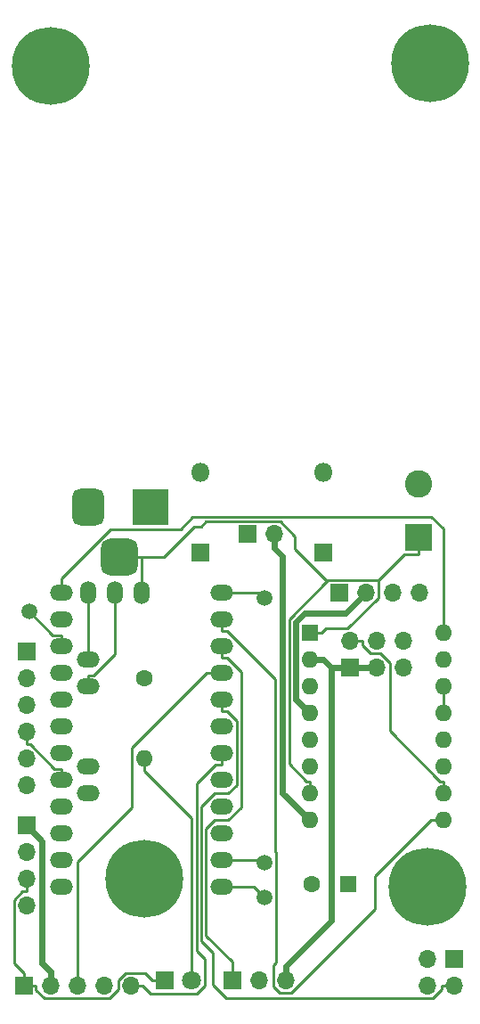
<source format=gbr>
%TF.GenerationSoftware,KiCad,Pcbnew,6.0.11-2627ca5db0~126~ubuntu20.04.1*%
%TF.CreationDate,2024-06-24T23:06:08+02:00*%
%TF.ProjectId,IRstepper,49527374-6570-4706-9572-2e6b69636164,rev?*%
%TF.SameCoordinates,Original*%
%TF.FileFunction,Copper,L1,Top*%
%TF.FilePolarity,Positive*%
%FSLAX46Y46*%
G04 Gerber Fmt 4.6, Leading zero omitted, Abs format (unit mm)*
G04 Created by KiCad (PCBNEW 6.0.11-2627ca5db0~126~ubuntu20.04.1) date 2024-06-24 23:06:08*
%MOMM*%
%LPD*%
G01*
G04 APERTURE LIST*
G04 Aperture macros list*
%AMRoundRect*
0 Rectangle with rounded corners*
0 $1 Rounding radius*
0 $2 $3 $4 $5 $6 $7 $8 $9 X,Y pos of 4 corners*
0 Add a 4 corners polygon primitive as box body*
4,1,4,$2,$3,$4,$5,$6,$7,$8,$9,$2,$3,0*
0 Add four circle primitives for the rounded corners*
1,1,$1+$1,$2,$3*
1,1,$1+$1,$4,$5*
1,1,$1+$1,$6,$7*
1,1,$1+$1,$8,$9*
0 Add four rect primitives between the rounded corners*
20,1,$1+$1,$2,$3,$4,$5,0*
20,1,$1+$1,$4,$5,$6,$7,0*
20,1,$1+$1,$6,$7,$8,$9,0*
20,1,$1+$1,$8,$9,$2,$3,0*%
G04 Aperture macros list end*
%TA.AperFunction,ComponentPad*%
%ADD10R,1.800000X1.800000*%
%TD*%
%TA.AperFunction,ComponentPad*%
%ADD11O,1.800000X1.800000*%
%TD*%
%TA.AperFunction,ComponentPad*%
%ADD12R,1.700000X1.700000*%
%TD*%
%TA.AperFunction,ComponentPad*%
%ADD13O,1.700000X1.700000*%
%TD*%
%TA.AperFunction,SMDPad,CuDef*%
%ADD14C,1.500000*%
%TD*%
%TA.AperFunction,ConnectorPad*%
%ADD15C,7.400000*%
%TD*%
%TA.AperFunction,ComponentPad*%
%ADD16C,4.100000*%
%TD*%
%TA.AperFunction,ComponentPad*%
%ADD17R,2.600000X2.600000*%
%TD*%
%TA.AperFunction,ComponentPad*%
%ADD18C,2.600000*%
%TD*%
%TA.AperFunction,ComponentPad*%
%ADD19O,2.199640X1.501140*%
%TD*%
%TA.AperFunction,ComponentPad*%
%ADD20O,1.501140X2.199640*%
%TD*%
%TA.AperFunction,ComponentPad*%
%ADD21R,3.500000X3.500000*%
%TD*%
%TA.AperFunction,ComponentPad*%
%ADD22RoundRect,0.750000X-0.750000X-1.000000X0.750000X-1.000000X0.750000X1.000000X-0.750000X1.000000X0*%
%TD*%
%TA.AperFunction,ComponentPad*%
%ADD23RoundRect,0.875000X-0.875000X-0.875000X0.875000X-0.875000X0.875000X0.875000X-0.875000X0.875000X0*%
%TD*%
%TA.AperFunction,ComponentPad*%
%ADD24R,1.600000X1.600000*%
%TD*%
%TA.AperFunction,ComponentPad*%
%ADD25O,1.600000X1.600000*%
%TD*%
%TA.AperFunction,ComponentPad*%
%ADD26C,1.600000*%
%TD*%
%TA.AperFunction,ComponentPad*%
%ADD27C,1.800000*%
%TD*%
%TA.AperFunction,Conductor*%
%ADD28C,0.250000*%
%TD*%
%TA.AperFunction,Conductor*%
%ADD29C,0.600000*%
%TD*%
G04 APERTURE END LIST*
D10*
%TO.P,D3,2,A*%
%TO.N,+9V*%
X108712000Y-66802000D03*
D11*
%TO.P,D3,1,K*%
%TO.N,Net-(D3-Pad1)*%
X108712000Y-59182000D03*
%TD*%
D12*
%TO.P,J1,1,Pin_1*%
%TO.N,GND*%
X91953000Y-107950000D03*
D13*
%TO.P,J1,2,Pin_2*%
%TO.N,+5V*%
X94493000Y-107950000D03*
%TO.P,J1,3,Pin_3*%
%TO.N,Net-(IC1-Pad9)*%
X97033000Y-107950000D03*
%TO.P,J1,4,Pin_4*%
%TO.N,Net-(IC1-Pad5)*%
X99573000Y-107950000D03*
%TO.P,J1,5,Pin_5*%
%TO.N,Net-(IC1-Pad6)*%
X102113000Y-107950000D03*
%TD*%
D14*
%TO.P,TP2,1,1*%
%TO.N,Net-(IC1-Pad2)*%
X114808000Y-96266000D03*
%TD*%
D15*
%TO.P,H3,1*%
%TO.N,N/C*%
X130556000Y-20320000D03*
D16*
X130556000Y-20320000D03*
%TD*%
D15*
%TO.P,H4,1*%
%TO.N,N/C*%
X130302000Y-98552000D03*
D16*
X130302000Y-98552000D03*
%TD*%
D15*
%TO.P,H2,1*%
%TO.N,N/C*%
X94488000Y-20574000D03*
D16*
X94488000Y-20574000D03*
%TD*%
D12*
%TO.P,J5,1,Pin_1*%
%TO.N,Net-(A1-Pad3)*%
X121930000Y-70612000D03*
D13*
%TO.P,J5,2,Pin_2*%
%TO.N,Net-(A1-Pad4)*%
X124470000Y-70612000D03*
%TO.P,J5,3,Pin_3*%
%TO.N,Net-(A1-Pad5)*%
X127010000Y-70612000D03*
%TO.P,J5,4,Pin_4*%
%TO.N,Net-(A1-Pad6)*%
X129550000Y-70612000D03*
%TD*%
D10*
%TO.P,D1,1,K*%
%TO.N,Net-(D1-Pad1)*%
X120396000Y-66802000D03*
D11*
%TO.P,D1,2,A*%
%TO.N,+12V*%
X120396000Y-59182000D03*
%TD*%
D12*
%TO.P,J3,1,Pin_1*%
%TO.N,+9V*%
X113279000Y-65024000D03*
D13*
%TO.P,J3,2,Pin_2*%
%TO.N,+12V*%
X115819000Y-65024000D03*
%TD*%
D17*
%TO.P,J2,1,Pin_1*%
%TO.N,GND*%
X129520000Y-65298000D03*
D18*
%TO.P,J2,2,Pin_2*%
%TO.N,Net-(D1-Pad1)*%
X129520000Y-60298000D03*
%TD*%
D15*
%TO.P,H1,1*%
%TO.N,N/C*%
X103378000Y-97790000D03*
D16*
X103378000Y-97790000D03*
%TD*%
D12*
%TO.P,J10,1,Pin_1*%
%TO.N,+5V*%
X92202000Y-92720000D03*
D13*
%TO.P,J10,2,Pin_2*%
%TO.N,RST*%
X92202000Y-95260000D03*
%TO.P,J10,3,Pin_3*%
%TO.N,GND*%
X92202000Y-97800000D03*
%TO.P,J10,4,Pin_4*%
%TO.N,+9V*%
X92202000Y-100340000D03*
%TD*%
D19*
%TO.P,IC1,1,(PCINT17/TXD)PD1/1*%
%TO.N,Net-(IC1-Pad1)*%
X110744000Y-98552000D03*
%TO.P,IC1,2,(PCINT16/RXD)PD0/0*%
%TO.N,Net-(IC1-Pad2)*%
X110744000Y-96012000D03*
%TO.P,IC1,3,(PCINT14/~{RESET})PC6*%
%TO.N,unconnected-(IC1-Pad3)*%
X110744000Y-93472000D03*
%TO.P,IC1,4,GND*%
%TO.N,GND*%
X110744000Y-90932000D03*
%TO.P,IC1,5,(PCINT18/INT0)PD2/2*%
%TO.N,Net-(IC1-Pad5)*%
X110744000Y-88392000D03*
%TO.P,IC1,6,(PCINT19/OC2B/INT1/PWM)PD3/3*%
%TO.N,Net-(IC1-Pad6)*%
X110744000Y-85852000D03*
%TO.P,IC1,7,(PCINT20/XCK/T0)PD4/4*%
%TO.N,Net-(IC1-Pad7)*%
X110744000Y-83312000D03*
%TO.P,IC1,8,(PCINT21/OC0B/T1/PWM)PD5/5*%
%TO.N,Net-(IC1-Pad8)*%
X110744000Y-80772000D03*
%TO.P,IC1,9,(PCINT22/OC0A/AIN0/PWM)PD6/6*%
%TO.N,Net-(IC1-Pad9)*%
X110744000Y-78232000D03*
%TO.P,IC1,10,(PCINT23/AIN1)PD7/7*%
%TO.N,Net-(IC1-Pad10)*%
X110744000Y-75692000D03*
%TO.P,IC1,11,(PCINT0/CLKO/ICP1)PB0/8*%
%TO.N,ENABLE*%
X110744000Y-73152000D03*
%TO.P,IC1,12,(PCINT1/OC1A/PWM)PB1/9*%
%TO.N,Net-(IC1-Pad12)*%
X110744000Y-70612000D03*
%TO.P,IC1,13,(PCINT2/OC1B/~{SS}/PWM)PB2/10*%
%TO.N,DIR*%
X95504000Y-70612000D03*
%TO.P,IC1,14,(PCINT3/OC2A/MOSI/PWM)PB3/11*%
%TO.N,STEP*%
X95504000Y-73152000D03*
%TO.P,IC1,15,(PCINT4/MISO)PB4/12*%
%TO.N,Net-(IC1-Pad15)*%
X95504000Y-75692000D03*
%TO.P,IC1,16,(PCINT5/SCK)PB5/13*%
%TO.N,Net-(IC1-Pad16)*%
X95504000Y-78232000D03*
%TO.P,IC1,17,(PCINT8/ADC0)PC0/14/A0*%
%TO.N,Net-(IC1-Pad17)*%
X95504000Y-80772000D03*
%TO.P,IC1,18,(PCINT9/ADC1)PC1/15/A1*%
%TO.N,Net-(IC1-Pad18)*%
X95504000Y-83312000D03*
%TO.P,IC1,19,(PCINT10/ADC2)PC2/16/A2*%
%TO.N,Net-(IC1-Pad19)*%
X95504000Y-85852000D03*
%TO.P,IC1,20,(PCINT11/ADC3)PC3/17/A3*%
%TO.N,Net-(IC1-Pad20)*%
X95504000Y-88392000D03*
%TO.P,IC1,21,VCC*%
%TO.N,+5V*%
X95504000Y-90932000D03*
%TO.P,IC1,22,(PCINT14/~{RESET})PC6*%
%TO.N,RST*%
X95504000Y-93472000D03*
%TO.P,IC1,23,GND*%
%TO.N,GND*%
X95504000Y-96012000D03*
%TO.P,IC1,24,RAW*%
%TO.N,+9V*%
X95504000Y-98552000D03*
%TO.P,IC1,25,(PCINT12/SDA/ADC4)PC4/18/A4*%
%TO.N,Net-(IC1-Pad25)*%
X98044000Y-87122000D03*
%TO.P,IC1,26,(PCINT13/SCL/ADC5)PC5/19/A5*%
%TO.N,Net-(IC1-Pad26)*%
X98044000Y-89662000D03*
D20*
%TO.P,IC1,27,ADC6/A6*%
%TO.N,unconnected-(IC1-Pad27)*%
X98044000Y-70612000D03*
D19*
X98044000Y-76962000D03*
D20*
%TO.P,IC1,28,ADC7/A7*%
%TO.N,unconnected-(IC1-Pad28)*%
X100584000Y-70612000D03*
D19*
X98044000Y-79502000D03*
D20*
%TO.P,IC1,29,GND*%
%TO.N,GND*%
X103124000Y-70612000D03*
%TD*%
D12*
%TO.P,J4,1,Pin_1*%
%TO.N,Net-(IC1-Pad10)*%
X111775000Y-107442000D03*
D13*
%TO.P,J4,2,Pin_2*%
%TO.N,GND*%
X114315000Y-107442000D03*
%TO.P,J4,3,Pin_3*%
%TO.N,+5V*%
X116855000Y-107442000D03*
%TD*%
D14*
%TO.P,TP1,1,1*%
%TO.N,Net-(IC1-Pad15)*%
X92456000Y-72390000D03*
%TD*%
D12*
%TO.P,J7,1,Pin_1*%
%TO.N,Net-(IC1-Pad7)*%
X132857000Y-105395000D03*
D13*
%TO.P,J7,2,Pin_2*%
%TO.N,Net-(IC1-Pad8)*%
X132857000Y-107935000D03*
%TO.P,J7,3,Pin_3*%
%TO.N,GND*%
X130317000Y-105395000D03*
%TO.P,J7,4,Pin_4*%
%TO.N,+5V*%
X130317000Y-107935000D03*
%TD*%
D21*
%TO.P,J6,1,In*%
%TO.N,Net-(D3-Pad1)*%
X104044000Y-62484000D03*
D22*
%TO.P,J6,2,Ext*%
%TO.N,GND*%
X98044000Y-62484000D03*
D23*
%TO.P,J6,3*%
X101044000Y-67184000D03*
%TD*%
D24*
%TO.P,A1,1,GND*%
%TO.N,GND*%
X119136000Y-74422000D03*
D25*
%TO.P,A1,2,VDD*%
%TO.N,+5V*%
X119136000Y-76962000D03*
%TO.P,A1,3,1B*%
%TO.N,Net-(A1-Pad3)*%
X119136000Y-79502000D03*
%TO.P,A1,4,1A*%
%TO.N,Net-(A1-Pad4)*%
X119136000Y-82042000D03*
%TO.P,A1,5,2A*%
%TO.N,Net-(A1-Pad5)*%
X119136000Y-84582000D03*
%TO.P,A1,6,2B*%
%TO.N,Net-(A1-Pad6)*%
X119136000Y-87122000D03*
%TO.P,A1,7,GND*%
%TO.N,GND*%
X119136000Y-89662000D03*
%TO.P,A1,8,VMOT*%
%TO.N,+12V*%
X119136000Y-92202000D03*
%TO.P,A1,9,~{ENABLE}*%
%TO.N,ENABLE*%
X131836000Y-92202000D03*
%TO.P,A1,10,MS1*%
%TO.N,Net-(A1-Pad10)*%
X131836000Y-89662000D03*
%TO.P,A1,11,MS2*%
%TO.N,Net-(A1-Pad11)*%
X131836000Y-87122000D03*
%TO.P,A1,12,MS3*%
%TO.N,Net-(A1-Pad12)*%
X131836000Y-84582000D03*
%TO.P,A1,13,~{RESET}*%
%TO.N,Net-(A1-Pad13)*%
X131836000Y-82042000D03*
%TO.P,A1,14,~{SLEEP}*%
X131836000Y-79502000D03*
%TO.P,A1,15,STEP*%
%TO.N,STEP*%
X131836000Y-76962000D03*
%TO.P,A1,16,DIR*%
%TO.N,DIR*%
X131836000Y-74422000D03*
%TD*%
D12*
%TO.P,J9,1,Pin_1*%
%TO.N,Net-(IC1-Pad17)*%
X92202000Y-76200000D03*
D13*
%TO.P,J9,2,Pin_2*%
%TO.N,Net-(IC1-Pad18)*%
X92202000Y-78740000D03*
%TO.P,J9,3,Pin_3*%
%TO.N,Net-(IC1-Pad19)*%
X92202000Y-81280000D03*
%TO.P,J9,4,Pin_4*%
%TO.N,Net-(IC1-Pad20)*%
X92202000Y-83820000D03*
%TO.P,J9,5,Pin_5*%
%TO.N,Net-(IC1-Pad25)*%
X92202000Y-86360000D03*
%TO.P,J9,6,Pin_6*%
%TO.N,Net-(IC1-Pad26)*%
X92202000Y-88900000D03*
%TD*%
D14*
%TO.P,TP3,1,1*%
%TO.N,Net-(IC1-Pad1)*%
X114808000Y-99568000D03*
%TD*%
%TO.P,TP4,1,1*%
%TO.N,Net-(IC1-Pad12)*%
X114808000Y-71120000D03*
%TD*%
D12*
%TO.P,J8,1,Pin_1*%
%TO.N,+5V*%
X122951000Y-77729000D03*
D13*
%TO.P,J8,2,Pin_2*%
%TO.N,Net-(A1-Pad10)*%
X122951000Y-75189000D03*
%TO.P,J8,3,Pin_3*%
%TO.N,+5V*%
X125491000Y-77729000D03*
%TO.P,J8,4,Pin_4*%
%TO.N,Net-(A1-Pad11)*%
X125491000Y-75189000D03*
%TO.P,J8,5,Pin_5*%
%TO.N,+5V*%
X128031000Y-77729000D03*
%TO.P,J8,6,Pin_6*%
%TO.N,Net-(A1-Pad12)*%
X128031000Y-75189000D03*
%TD*%
D26*
%TO.P,R1,1*%
%TO.N,Net-(IC1-Pad16)*%
X103378000Y-78740000D03*
D25*
%TO.P,R1,2*%
%TO.N,Net-(D2-Pad2)*%
X103378000Y-86360000D03*
%TD*%
D24*
%TO.P,C1,1*%
%TO.N,+12V*%
X122810700Y-98298000D03*
D26*
%TO.P,C1,2*%
%TO.N,GND*%
X119310700Y-98298000D03*
%TD*%
D10*
%TO.P,D2,1,K*%
%TO.N,GND*%
X105400000Y-107442000D03*
D27*
%TO.P,D2,2,A*%
%TO.N,Net-(D2-Pad2)*%
X107940000Y-107442000D03*
%TD*%
D28*
%TO.N,unconnected-(IC1-Pad28)*%
X100584000Y-76424000D02*
X100584000Y-70612000D01*
X98581900Y-78426100D02*
X100584000Y-76424000D01*
X98044000Y-78426100D02*
X98581900Y-78426100D01*
X98044000Y-79502000D02*
X98044000Y-78426100D01*
%TO.N,unconnected-(IC1-Pad27)*%
X98044000Y-76962000D02*
X98044000Y-70612000D01*
%TO.N,Net-(IC1-Pad20)*%
X94890200Y-87316100D02*
X95504000Y-87316100D01*
X92569400Y-84995300D02*
X94890200Y-87316100D01*
X92202000Y-84995300D02*
X92569400Y-84995300D01*
X92202000Y-83820000D02*
X92202000Y-84995300D01*
X95504000Y-88392000D02*
X95504000Y-87316100D01*
%TO.N,Net-(IC1-Pad15)*%
X94682100Y-74616100D02*
X92456000Y-72390000D01*
X95504000Y-74616100D02*
X94682100Y-74616100D01*
X95504000Y-75692000D02*
X95504000Y-74616100D01*
%TO.N,Net-(IC1-Pad12)*%
X114300000Y-70612000D02*
X114808000Y-71120000D01*
X110744000Y-70612000D02*
X114300000Y-70612000D01*
%TO.N,Net-(IC1-Pad10)*%
X111775000Y-107442000D02*
X111775000Y-106266700D01*
X110744000Y-75692000D02*
X110744000Y-76767900D01*
X111282000Y-76767900D02*
X110744000Y-76767900D01*
X112638100Y-78124000D02*
X111282000Y-76767900D01*
X112638100Y-90967400D02*
X112638100Y-78124000D01*
X111403500Y-92202000D02*
X112638100Y-90967400D01*
X110127100Y-92202000D02*
X111403500Y-92202000D01*
X109292800Y-93036300D02*
X110127100Y-92202000D01*
X109292800Y-103147600D02*
X109292800Y-93036300D01*
X111775000Y-105629800D02*
X109292800Y-103147600D01*
X111775000Y-106266700D02*
X111775000Y-105629800D01*
%TO.N,Net-(IC1-Pad9)*%
X110744000Y-78232000D02*
X109318800Y-78232000D01*
X102232200Y-85318600D02*
X109318800Y-78232000D01*
X102232200Y-90999000D02*
X102232200Y-85318600D01*
X97033000Y-96198200D02*
X102232200Y-90999000D01*
X97033000Y-107950000D02*
X97033000Y-96198200D01*
%TO.N,Net-(IC1-Pad8)*%
X111281900Y-81847900D02*
X110744000Y-81847900D01*
X112187700Y-82753700D02*
X111281900Y-81847900D01*
X112187700Y-88876100D02*
X112187700Y-82753700D01*
X111401800Y-89662000D02*
X112187700Y-88876100D01*
X110122600Y-89662000D02*
X111401800Y-89662000D01*
X108842400Y-90942200D02*
X110122600Y-89662000D01*
X108842400Y-103652400D02*
X108842400Y-90942200D01*
X109946400Y-104756400D02*
X108842400Y-103652400D01*
X109946400Y-107829000D02*
X109946400Y-104756400D01*
X111231900Y-109114500D02*
X109946400Y-107829000D01*
X130869500Y-109114500D02*
X111231900Y-109114500D01*
X131681700Y-108302300D02*
X130869500Y-109114500D01*
X131681700Y-107935000D02*
X131681700Y-108302300D01*
X132857000Y-107935000D02*
X131681700Y-107935000D01*
X110744000Y-80772000D02*
X110744000Y-81847900D01*
%TO.N,Net-(IC1-Pad6)*%
X110744000Y-85852000D02*
X110744000Y-86927900D01*
X102113000Y-107950000D02*
X103288300Y-107950000D01*
X104005600Y-108667300D02*
X103288300Y-107950000D01*
X108447700Y-108667300D02*
X104005600Y-108667300D01*
X109179700Y-107935300D02*
X108447700Y-108667300D01*
X109179700Y-105376100D02*
X109179700Y-107935300D01*
X108388400Y-104584800D02*
X109179700Y-105376100D01*
X108388400Y-88745500D02*
X108388400Y-104584800D01*
X110206000Y-86927900D02*
X108388400Y-88745500D01*
X110744000Y-86927900D02*
X110206000Y-86927900D01*
%TO.N,Net-(IC1-Pad2)*%
X114554000Y-96012000D02*
X114808000Y-96266000D01*
X110744000Y-96012000D02*
X114554000Y-96012000D01*
%TO.N,Net-(IC1-Pad1)*%
X113792000Y-98552000D02*
X114808000Y-99568000D01*
X110744000Y-98552000D02*
X113792000Y-98552000D01*
%TO.N,Net-(D2-Pad2)*%
X103378000Y-86360000D02*
X103378000Y-87485300D01*
X107885300Y-107387300D02*
X107940000Y-107442000D01*
X107885300Y-91992600D02*
X107885300Y-107387300D01*
X103378000Y-87485300D02*
X107885300Y-91992600D01*
%TO.N,DIR*%
X95504000Y-69257400D02*
X95504000Y-70612000D01*
X100202100Y-64559300D02*
X95504000Y-69257400D01*
X106869100Y-64559300D02*
X100202100Y-64559300D01*
X108030200Y-63398200D02*
X106869100Y-64559300D01*
X130702600Y-63398200D02*
X108030200Y-63398200D01*
X131836000Y-64531600D02*
X130702600Y-63398200D01*
X131836000Y-74422000D02*
X131836000Y-64531600D01*
%TO.N,Net-(A1-Pad13)*%
X131836000Y-79502000D02*
X131836000Y-82042000D01*
%TO.N,Net-(A1-Pad10)*%
X131554700Y-88536700D02*
X131836000Y-88536700D01*
X126761000Y-83743000D02*
X131554700Y-88536700D01*
X126761000Y-77298000D02*
X126761000Y-83743000D01*
X125827300Y-76364300D02*
X126761000Y-77298000D01*
X124934200Y-76364300D02*
X125827300Y-76364300D01*
X124126300Y-75556400D02*
X124934200Y-76364300D01*
X124126300Y-75189000D02*
X124126300Y-75556400D01*
X122951000Y-75189000D02*
X124126300Y-75189000D01*
X131836000Y-89662000D02*
X131836000Y-88536700D01*
%TO.N,ENABLE*%
X111281900Y-74227900D02*
X110744000Y-74227900D01*
X115877200Y-78823200D02*
X111281900Y-74227900D01*
X115877200Y-95190600D02*
X115877200Y-78823200D01*
X115933600Y-95247000D02*
X115877200Y-95190600D01*
X115933600Y-105742500D02*
X115933600Y-95247000D01*
X115661000Y-106015100D02*
X115933600Y-105742500D01*
X115661000Y-107979400D02*
X115661000Y-106015100D01*
X116312500Y-108630900D02*
X115661000Y-107979400D01*
X117401300Y-108630900D02*
X116312500Y-108630900D01*
X125373800Y-100658400D02*
X117401300Y-108630900D01*
X125373800Y-97538900D02*
X125373800Y-100658400D01*
X130710700Y-92202000D02*
X125373800Y-97538900D01*
X131836000Y-92202000D02*
X130710700Y-92202000D01*
X110744000Y-73152000D02*
X110744000Y-74227900D01*
D29*
%TO.N,+12V*%
X116540600Y-67095900D02*
X115819000Y-66374300D01*
X116540600Y-89606600D02*
X116540600Y-67095900D01*
X119136000Y-92202000D02*
X116540600Y-89606600D01*
X115819000Y-65024000D02*
X115819000Y-66374300D01*
%TO.N,Net-(A1-Pad4)*%
X122526500Y-72555500D02*
X124470000Y-70612000D01*
X118675600Y-72555500D02*
X122526500Y-72555500D01*
X117835600Y-73395500D02*
X118675600Y-72555500D01*
X117835600Y-80741600D02*
X117835600Y-73395500D01*
X119136000Y-82042000D02*
X117835600Y-80741600D01*
%TO.N,+5V*%
X125491000Y-77729000D02*
X122951000Y-77729000D01*
X119136000Y-76962000D02*
X120436300Y-76962000D01*
X116855000Y-107442000D02*
X116855000Y-106091700D01*
X93676500Y-105783200D02*
X94493000Y-106599700D01*
X93676500Y-94194500D02*
X93676500Y-105783200D01*
X92202000Y-92720000D02*
X93676500Y-94194500D01*
X94493000Y-107950000D02*
X94493000Y-106599700D01*
X121203300Y-101743400D02*
X121203300Y-77729000D01*
X116855000Y-106091700D02*
X121203300Y-101743400D01*
X122951000Y-77729000D02*
X121203300Y-77729000D01*
X121203300Y-77729000D02*
X120436300Y-76962000D01*
D28*
%TO.N,GND*%
X91023100Y-105844800D02*
X91953000Y-106774700D01*
X91023100Y-99786900D02*
X91023100Y-105844800D01*
X91834700Y-98975300D02*
X91023100Y-99786900D01*
X92202000Y-98975300D02*
X91834700Y-98975300D01*
X92202000Y-97800000D02*
X92202000Y-98975300D01*
X91953000Y-107950000D02*
X91953000Y-106774700D01*
X119136000Y-74422000D02*
X120261300Y-74422000D01*
X129520000Y-65298000D02*
X129520000Y-66923300D01*
X119136000Y-89662000D02*
X119136000Y-88536700D01*
X125646000Y-71100200D02*
X125646000Y-69398100D01*
X122732600Y-74013600D02*
X125646000Y-71100200D01*
X120669700Y-74013600D02*
X122732600Y-74013600D01*
X120261300Y-74422000D02*
X120669700Y-74013600D01*
X128120800Y-66923300D02*
X129520000Y-66923300D01*
X125646000Y-69398100D02*
X128120800Y-66923300D01*
X93128300Y-108317400D02*
X93128300Y-107950000D01*
X93936200Y-109125300D02*
X93128300Y-108317400D01*
X100092400Y-109125300D02*
X93936200Y-109125300D01*
X100937600Y-108280100D02*
X100092400Y-109125300D01*
X100937600Y-107434600D02*
X100937600Y-108280100D01*
X101597600Y-106774600D02*
X100937600Y-107434600D01*
X103507300Y-106774600D02*
X101597600Y-106774600D01*
X104174700Y-107442000D02*
X103507300Y-106774600D01*
X105400000Y-107442000D02*
X104174700Y-107442000D01*
X91953000Y-107950000D02*
X93128300Y-107950000D01*
X120875500Y-69398100D02*
X120789400Y-69484200D01*
X125646000Y-69398100D02*
X120875500Y-69398100D01*
X118854700Y-88536700D02*
X119136000Y-88536700D01*
X117182000Y-86864000D02*
X118854700Y-88536700D01*
X117182000Y-73091600D02*
X117182000Y-86864000D01*
X120789400Y-69484200D02*
X117182000Y-73091600D01*
X103124000Y-67184000D02*
X103124000Y-70612000D01*
X103124000Y-67184000D02*
X101044000Y-67184000D01*
X117711000Y-66405900D02*
X120789400Y-69484200D01*
X117711000Y-65214500D02*
X117711000Y-66405900D01*
X116345100Y-63848600D02*
X117711000Y-65214500D01*
X109284500Y-63848600D02*
X116345100Y-63848600D01*
X108834200Y-64298900D02*
X109284500Y-63848600D01*
X108197400Y-64298900D02*
X108834200Y-64298900D01*
X105312300Y-67184000D02*
X108197400Y-64298900D01*
X103124000Y-67184000D02*
X105312300Y-67184000D01*
%TD*%
M02*

</source>
